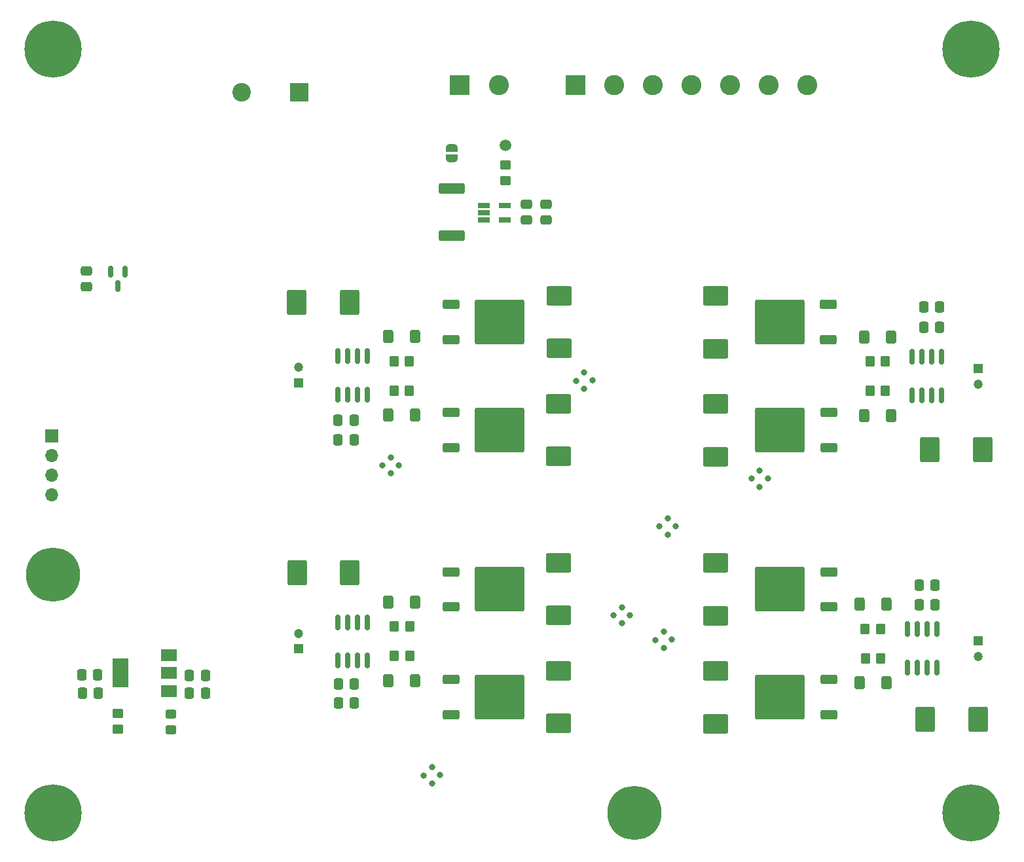
<source format=gbr>
%TF.GenerationSoftware,KiCad,Pcbnew,7.0.10*%
%TF.CreationDate,2024-06-18T13:30:52+03:00*%
%TF.ProjectId,driver-bridge-side,64726976-6572-42d6-9272-696467652d73,rev?*%
%TF.SameCoordinates,Original*%
%TF.FileFunction,Soldermask,Bot*%
%TF.FilePolarity,Negative*%
%FSLAX46Y46*%
G04 Gerber Fmt 4.6, Leading zero omitted, Abs format (unit mm)*
G04 Created by KiCad (PCBNEW 7.0.10) date 2024-06-18 13:30:52*
%MOMM*%
%LPD*%
G01*
G04 APERTURE LIST*
G04 Aperture macros list*
%AMRoundRect*
0 Rectangle with rounded corners*
0 $1 Rounding radius*
0 $2 $3 $4 $5 $6 $7 $8 $9 X,Y pos of 4 corners*
0 Add a 4 corners polygon primitive as box body*
4,1,4,$2,$3,$4,$5,$6,$7,$8,$9,$2,$3,0*
0 Add four circle primitives for the rounded corners*
1,1,$1+$1,$2,$3*
1,1,$1+$1,$4,$5*
1,1,$1+$1,$6,$7*
1,1,$1+$1,$8,$9*
0 Add four rect primitives between the rounded corners*
20,1,$1+$1,$2,$3,$4,$5,0*
20,1,$1+$1,$4,$5,$6,$7,0*
20,1,$1+$1,$6,$7,$8,$9,0*
20,1,$1+$1,$8,$9,$2,$3,0*%
%AMFreePoly0*
4,1,19,0.500000,-0.750000,0.000000,-0.750000,0.000000,-0.744911,-0.071157,-0.744911,-0.207708,-0.704816,-0.327430,-0.627875,-0.420627,-0.520320,-0.479746,-0.390866,-0.500000,-0.250000,-0.500000,0.250000,-0.479746,0.390866,-0.420627,0.520320,-0.327430,0.627875,-0.207708,0.704816,-0.071157,0.744911,0.000000,0.744911,0.000000,0.750000,0.500000,0.750000,0.500000,-0.750000,0.500000,-0.750000,
$1*%
%AMFreePoly1*
4,1,19,0.000000,0.744911,0.071157,0.744911,0.207708,0.704816,0.327430,0.627875,0.420627,0.520320,0.479746,0.390866,0.500000,0.250000,0.500000,-0.250000,0.479746,-0.390866,0.420627,-0.520320,0.327430,-0.627875,0.207708,-0.704816,0.071157,-0.744911,0.000000,-0.744911,0.000000,-0.750000,-0.500000,-0.750000,-0.500000,0.750000,0.000000,0.750000,0.000000,0.744911,0.000000,0.744911,
$1*%
G04 Aperture macros list end*
%ADD10FreePoly0,90.000000*%
%ADD11FreePoly1,90.000000*%
%ADD12C,0.800000*%
%ADD13C,7.000000*%
%ADD14C,7.400000*%
%ADD15R,1.700000X1.700000*%
%ADD16O,1.700000X1.700000*%
%ADD17RoundRect,0.250000X-1.400000X-1.000000X1.400000X-1.000000X1.400000X1.000000X-1.400000X1.000000X0*%
%ADD18RoundRect,0.250000X-1.000000X1.400000X-1.000000X-1.400000X1.000000X-1.400000X1.000000X1.400000X0*%
%ADD19RoundRect,0.250000X-0.400000X-0.600000X0.400000X-0.600000X0.400000X0.600000X-0.400000X0.600000X0*%
%ADD20RoundRect,0.250000X-0.337500X-0.475000X0.337500X-0.475000X0.337500X0.475000X-0.337500X0.475000X0*%
%ADD21R,2.000000X1.500000*%
%ADD22R,2.000000X3.800000*%
%ADD23RoundRect,0.250000X0.475000X-0.337500X0.475000X0.337500X-0.475000X0.337500X-0.475000X-0.337500X0*%
%ADD24RoundRect,0.250000X-0.350000X-0.450000X0.350000X-0.450000X0.350000X0.450000X-0.350000X0.450000X0*%
%ADD25R,2.600000X2.600000*%
%ADD26C,2.600000*%
%ADD27RoundRect,0.250000X0.850000X0.350000X-0.850000X0.350000X-0.850000X-0.350000X0.850000X-0.350000X0*%
%ADD28RoundRect,0.249997X2.950003X2.650003X-2.950003X2.650003X-2.950003X-2.650003X2.950003X-2.650003X0*%
%ADD29RoundRect,0.150000X-0.150000X0.825000X-0.150000X-0.825000X0.150000X-0.825000X0.150000X0.825000X0*%
%ADD30RoundRect,0.250000X0.450000X-0.350000X0.450000X0.350000X-0.450000X0.350000X-0.450000X-0.350000X0*%
%ADD31RoundRect,0.250000X0.350000X0.450000X-0.350000X0.450000X-0.350000X-0.450000X0.350000X-0.450000X0*%
%ADD32R,1.200000X1.200000*%
%ADD33C,1.200000*%
%ADD34RoundRect,0.250000X0.337500X0.475000X-0.337500X0.475000X-0.337500X-0.475000X0.337500X-0.475000X0*%
%ADD35RoundRect,0.250000X-0.850000X-0.350000X0.850000X-0.350000X0.850000X0.350000X-0.850000X0.350000X0*%
%ADD36RoundRect,0.249997X-2.950003X-2.650003X2.950003X-2.650003X2.950003X2.650003X-2.950003X2.650003X0*%
%ADD37R,2.400000X2.400000*%
%ADD38C,2.400000*%
%ADD39RoundRect,0.249999X-1.425001X0.450001X-1.425001X-0.450001X1.425001X-0.450001X1.425001X0.450001X0*%
%ADD40RoundRect,0.250000X0.400000X0.600000X-0.400000X0.600000X-0.400000X-0.600000X0.400000X-0.600000X0*%
%ADD41RoundRect,0.250000X-0.475000X0.337500X-0.475000X-0.337500X0.475000X-0.337500X0.475000X0.337500X0*%
%ADD42RoundRect,0.150000X0.150000X-0.825000X0.150000X0.825000X-0.150000X0.825000X-0.150000X-0.825000X0*%
%ADD43RoundRect,0.250000X1.400000X1.000000X-1.400000X1.000000X-1.400000X-1.000000X1.400000X-1.000000X0*%
%ADD44RoundRect,0.250000X1.000000X-1.400000X1.000000X1.400000X-1.000000X1.400000X-1.000000X-1.400000X0*%
%ADD45C,1.500000*%
%ADD46R,1.560000X0.650000*%
%ADD47RoundRect,0.150000X-0.150000X0.587500X-0.150000X-0.587500X0.150000X-0.587500X0.150000X0.587500X0*%
%ADD48RoundRect,0.250000X-0.450000X0.350000X-0.450000X-0.350000X0.450000X-0.350000X0.450000X0.350000X0*%
%ADD49RoundRect,0.250000X-0.450000X0.325000X-0.450000X-0.325000X0.450000X-0.325000X0.450000X0.325000X0*%
G04 APERTURE END LIST*
D10*
%TO.C,JP-S1*%
X69088000Y-31638000D03*
D11*
X69088000Y-30338000D03*
%TD*%
D12*
%TO.C,*%
X86212764Y-59398144D03*
%TD*%
%TO.C,*%
X96520000Y-94996000D03*
%TD*%
%TO.C,*%
X98074703Y-79246604D03*
%TD*%
%TO.C,*%
X97038467Y-80314939D03*
%TD*%
%TO.C,*%
X95970829Y-79270155D03*
%TD*%
D13*
%TO.C,H5*%
X17526000Y-85525300D03*
%TD*%
D12*
%TO.C,V*%
X90022763Y-90766097D03*
%TD*%
%TO.C,H2*%
X14751000Y-17526000D03*
X15563779Y-15563779D03*
X15563779Y-19488221D03*
X17526000Y-14751000D03*
D14*
X17526000Y-17526000D03*
D12*
X17526000Y-20301000D03*
X19488221Y-15563779D03*
X19488221Y-19488221D03*
X20301000Y-17526000D03*
%TD*%
D13*
%TO.C,H6*%
X92710000Y-116332000D03*
%TD*%
D12*
%TO.C,V*%
X91090401Y-91810881D03*
%TD*%
%TO.C,H4*%
X133496000Y-116332000D03*
X134308779Y-114369779D03*
X134308779Y-118294221D03*
X136271000Y-113557000D03*
D14*
X136271000Y-116332000D03*
D12*
X136271000Y-119107000D03*
X138233221Y-114369779D03*
X138233221Y-118294221D03*
X139046000Y-116332000D03*
%TD*%
%TO.C,*%
X62253027Y-71341115D03*
%TD*%
%TO.C,V*%
X91079934Y-89727942D03*
%TD*%
%TO.C,H3*%
X133496000Y-17526000D03*
X134308779Y-15563779D03*
X134308779Y-19488221D03*
X136271000Y-14751000D03*
D14*
X136271000Y-17526000D03*
D12*
X136271000Y-20301000D03*
X138233221Y-15563779D03*
X138233221Y-19488221D03*
X139046000Y-17526000D03*
%TD*%
%TO.C,*%
X109952047Y-73087965D03*
%TD*%
D15*
%TO.C,J7*%
X17399000Y-67574000D03*
D16*
X17399000Y-70114000D03*
X17399000Y-72654000D03*
X17399000Y-75194000D03*
%TD*%
D12*
%TO.C,*%
X97028000Y-78232000D03*
%TD*%
%TO.C,*%
X66540499Y-110449266D03*
%TD*%
%TO.C,*%
X65483328Y-111487421D03*
%TD*%
%TO.C,*%
X107848173Y-73111516D03*
%TD*%
%TO.C,V*%
X92126637Y-90742546D03*
%TD*%
%TO.C,*%
X61206324Y-70326511D03*
%TD*%
%TO.C,*%
X97556236Y-93927665D03*
%TD*%
%TO.C,*%
X87259467Y-60412748D03*
%TD*%
%TO.C,*%
X108915811Y-74156300D03*
%TD*%
%TO.C,*%
X61216791Y-72409450D03*
%TD*%
%TO.C,*%
X85155593Y-60436299D03*
%TD*%
%TO.C,*%
X60149153Y-71364666D03*
%TD*%
%TO.C,*%
X67587202Y-111463870D03*
%TD*%
%TO.C,*%
X66550966Y-112532205D03*
%TD*%
%TO.C,*%
X86223231Y-61481083D03*
%TD*%
%TO.C,*%
X95452362Y-93951216D03*
%TD*%
%TO.C,*%
X96509533Y-92913061D03*
%TD*%
%TO.C,H1*%
X14751000Y-116332000D03*
X15563779Y-114369779D03*
X15563779Y-118294221D03*
X17526000Y-113557000D03*
D14*
X17526000Y-116332000D03*
D12*
X17526000Y-119107000D03*
X19488221Y-114369779D03*
X19488221Y-118294221D03*
X20301000Y-116332000D03*
%TD*%
%TO.C,*%
X108905344Y-72073361D03*
%TD*%
D17*
%TO.C,D12*%
X82931000Y-90776000D03*
X82931000Y-83976000D03*
%TD*%
D18*
%TO.C,D24*%
X130940000Y-69349000D03*
X137740000Y-69349000D03*
%TD*%
D19*
%TO.C,D19*%
X60877000Y-64897000D03*
X64377000Y-64897000D03*
%TD*%
D20*
%TO.C,C21*%
X35157500Y-100874000D03*
X37232500Y-100874000D03*
%TD*%
D21*
%TO.C,U8*%
X32530000Y-95954000D03*
X32530000Y-98254000D03*
D22*
X26230000Y-98254000D03*
D21*
X32530000Y-100554000D03*
%TD*%
D23*
%TO.C,C19*%
X78718867Y-39645500D03*
X78718867Y-37570500D03*
%TD*%
D24*
%TO.C,R4*%
X61641000Y-92241000D03*
X63641000Y-92241000D03*
%TD*%
D25*
%TO.C,J1*%
X85070000Y-22225000D03*
D26*
X90070000Y-22225000D03*
X95070000Y-22225000D03*
X100070000Y-22225000D03*
X105070000Y-22225000D03*
X110070000Y-22225000D03*
X115070000Y-22225000D03*
%TD*%
D25*
%TO.C,J2*%
X70126000Y-22174000D03*
D26*
X75206000Y-22174000D03*
%TD*%
D19*
%TO.C,D7*%
X60891000Y-99226000D03*
X64391000Y-99226000D03*
%TD*%
D27*
%TO.C,Q8*%
X117830000Y-64544500D03*
D28*
X111530000Y-66824500D03*
D27*
X117830000Y-69104500D03*
%TD*%
D29*
%TO.C,U4*%
X127992304Y-92587759D03*
X129262304Y-92587759D03*
X130532304Y-92587759D03*
X131802304Y-92587759D03*
X131802304Y-97537759D03*
X130532304Y-97537759D03*
X129262304Y-97537759D03*
X127992304Y-97537759D03*
%TD*%
D18*
%TO.C,D6*%
X130331000Y-104221500D03*
X137131000Y-104221500D03*
%TD*%
D30*
%TO.C,R15*%
X25930000Y-105509000D03*
X25930000Y-103509000D03*
%TD*%
D23*
%TO.C,C34*%
X21844000Y-48304000D03*
X21844000Y-46229000D03*
%TD*%
D24*
%TO.C,R8*%
X61627000Y-61722000D03*
X63627000Y-61722000D03*
%TD*%
D31*
%TO.C,R5*%
X124547304Y-92522759D03*
X122547304Y-92522759D03*
%TD*%
D32*
%TO.C,C13*%
X49276000Y-60721529D03*
D33*
X49276000Y-58721529D03*
%TD*%
D34*
%TO.C,C29*%
X23310367Y-98495421D03*
X21235367Y-98495421D03*
%TD*%
%TO.C,C7*%
X56508500Y-99655291D03*
X54433500Y-99655291D03*
%TD*%
D31*
%TO.C,R11*%
X125178804Y-61729000D03*
X123178804Y-61729000D03*
%TD*%
D35*
%TO.C,Q6*%
X68987000Y-55134500D03*
D36*
X75287000Y-52854500D03*
D35*
X68987000Y-50574500D03*
%TD*%
D37*
%TO.C,C1*%
X49394728Y-23114000D03*
D38*
X41894728Y-23114000D03*
%TD*%
D39*
%TO.C,R12*%
X69088000Y-35558000D03*
X69088000Y-41658000D03*
%TD*%
D17*
%TO.C,D15*%
X82917000Y-70202000D03*
X82917000Y-63402000D03*
%TD*%
D24*
%TO.C,R9*%
X61627000Y-57912000D03*
X63627000Y-57912000D03*
%TD*%
D40*
%TO.C,D9*%
X125297304Y-89347759D03*
X121797304Y-89347759D03*
%TD*%
D20*
%TO.C,C10*%
X129518500Y-86868000D03*
X131593500Y-86868000D03*
%TD*%
D41*
%TO.C,C20*%
X81280000Y-37570500D03*
X81280000Y-39645500D03*
%TD*%
D42*
%TO.C,U3*%
X58196000Y-96621000D03*
X56926000Y-96621000D03*
X55656000Y-96621000D03*
X54386000Y-96621000D03*
X54386000Y-91671000D03*
X55656000Y-91671000D03*
X56926000Y-91671000D03*
X58196000Y-91671000D03*
%TD*%
D40*
%TO.C,D22*%
X125906304Y-64904000D03*
X122406304Y-64904000D03*
%TD*%
D34*
%TO.C,C16*%
X56464500Y-68072000D03*
X54389500Y-68072000D03*
%TD*%
D20*
%TO.C,C26*%
X35157500Y-98552000D03*
X37232500Y-98552000D03*
%TD*%
D40*
%TO.C,D10*%
X125297304Y-99507759D03*
X121797304Y-99507759D03*
%TD*%
D43*
%TO.C,D14*%
X103251000Y-97991000D03*
X103251000Y-104791000D03*
%TD*%
D44*
%TO.C,D5*%
X55911000Y-85256000D03*
X49111000Y-85256000D03*
%TD*%
D27*
%TO.C,Q7*%
X117780000Y-50574500D03*
D28*
X111480000Y-52854500D03*
D27*
X117780000Y-55134500D03*
%TD*%
D17*
%TO.C,D11*%
X82931000Y-104746000D03*
X82931000Y-97946000D03*
%TD*%
D45*
%TO.C,J5*%
X76038120Y-29981662D03*
%TD*%
D29*
%TO.C,U6*%
X128601304Y-57349000D03*
X129871304Y-57349000D03*
X131141304Y-57349000D03*
X132411304Y-57349000D03*
X132411304Y-62299000D03*
X131141304Y-62299000D03*
X129871304Y-62299000D03*
X128601304Y-62299000D03*
%TD*%
D20*
%TO.C,C17*%
X130127500Y-53474000D03*
X132202500Y-53474000D03*
%TD*%
D32*
%TO.C,C12*%
X137160000Y-94090160D03*
D33*
X137160000Y-96090160D03*
%TD*%
D43*
%TO.C,D13*%
X103251000Y-84021000D03*
X103251000Y-90821000D03*
%TD*%
D31*
%TO.C,R10*%
X125178804Y-57919000D03*
X123178804Y-57919000D03*
%TD*%
D46*
%TO.C,U7*%
X73246867Y-39638000D03*
X73246867Y-38688000D03*
X73246867Y-37738000D03*
X75946867Y-37738000D03*
X75946867Y-39638000D03*
%TD*%
D42*
%TO.C,U5*%
X58159976Y-62223929D03*
X56889976Y-62223929D03*
X55619976Y-62223929D03*
X54349976Y-62223929D03*
X54349976Y-57273929D03*
X55619976Y-57273929D03*
X56889976Y-57273929D03*
X58159976Y-57273929D03*
%TD*%
D47*
%TO.C,D27*%
X24959000Y-46329000D03*
X26859000Y-46329000D03*
X25909000Y-48204000D03*
%TD*%
D35*
%TO.C,Q2*%
X69001000Y-89701000D03*
D36*
X75301000Y-87421000D03*
D35*
X69001000Y-85141000D03*
%TD*%
D27*
%TO.C,Q3*%
X117830000Y-85141000D03*
D28*
X111530000Y-87421000D03*
D27*
X117830000Y-89701000D03*
%TD*%
D20*
%TO.C,C9*%
X129518500Y-89408000D03*
X131593500Y-89408000D03*
%TD*%
D35*
%TO.C,Q5*%
X68987000Y-69104500D03*
D36*
X75287000Y-66824500D03*
D35*
X68987000Y-64544500D03*
%TD*%
D40*
%TO.C,D21*%
X125906304Y-54744000D03*
X122406304Y-54744000D03*
%TD*%
D27*
%TO.C,Q4*%
X117830000Y-99088500D03*
D28*
X111530000Y-101368500D03*
D27*
X117830000Y-103648500D03*
%TD*%
D35*
%TO.C,Q1*%
X69001000Y-103648500D03*
D36*
X75301000Y-101368500D03*
D35*
X69001000Y-99088500D03*
%TD*%
D32*
%TO.C,C11*%
X49276000Y-95118600D03*
D33*
X49276000Y-93118600D03*
%TD*%
D20*
%TO.C,C18*%
X130127500Y-50927000D03*
X132202500Y-50927000D03*
%TD*%
D24*
%TO.C,R3*%
X61641000Y-96051000D03*
X63641000Y-96051000D03*
%TD*%
D17*
%TO.C,D16*%
X82947000Y-56232000D03*
X82947000Y-49432000D03*
%TD*%
D43*
%TO.C,D18*%
X103251000Y-63447000D03*
X103251000Y-70247000D03*
%TD*%
D48*
%TO.C,R13*%
X76026867Y-32528000D03*
X76026867Y-34528000D03*
%TD*%
D19*
%TO.C,D20*%
X60877000Y-54737000D03*
X64377000Y-54737000D03*
%TD*%
D34*
%TO.C,C8*%
X56508500Y-102108000D03*
X54433500Y-102108000D03*
%TD*%
D43*
%TO.C,D17*%
X103251000Y-49477000D03*
X103251000Y-56277000D03*
%TD*%
D19*
%TO.C,D8*%
X60891000Y-89066000D03*
X64391000Y-89066000D03*
%TD*%
D34*
%TO.C,C15*%
X56464500Y-65532000D03*
X54389500Y-65532000D03*
%TD*%
D31*
%TO.C,R6*%
X124569804Y-96332759D03*
X122569804Y-96332759D03*
%TD*%
D49*
%TO.C,D26*%
X32785000Y-103529000D03*
X32785000Y-105579000D03*
%TD*%
D34*
%TO.C,C27*%
X23381644Y-100871325D03*
X21306644Y-100871325D03*
%TD*%
D32*
%TO.C,C14*%
X137160000Y-58851401D03*
D33*
X137160000Y-60851401D03*
%TD*%
D44*
%TO.C,D23*%
X55867000Y-50292000D03*
X49067000Y-50292000D03*
%TD*%
M02*

</source>
